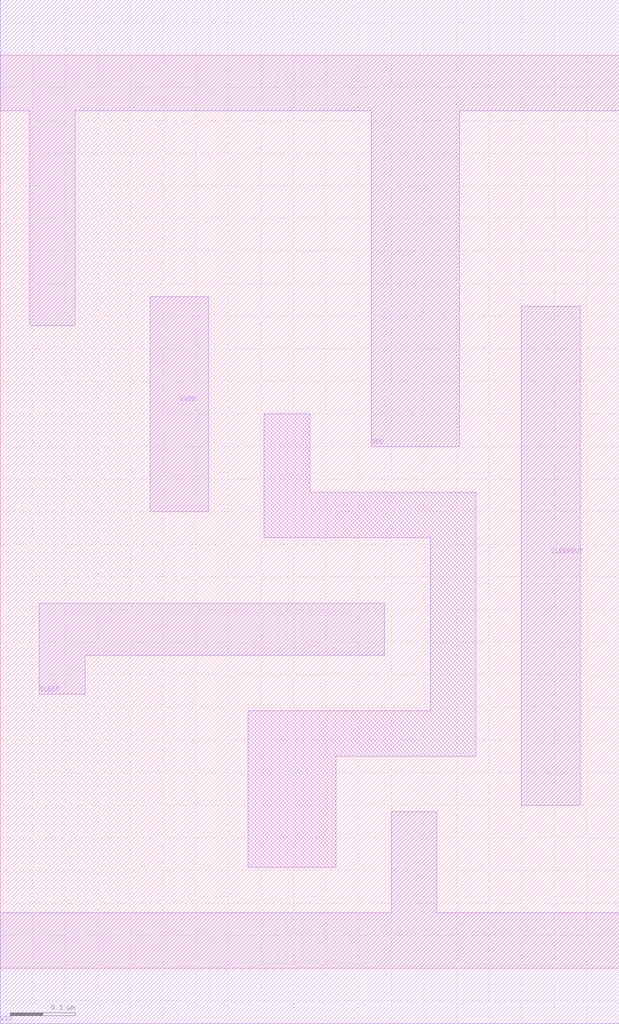
<source format=lef>
# 
# ******************************************************************************
# *                                                                            *
# *                   Copyright (C) 2004-2011, Nangate Inc.                    *
# *                           All rights reserved.                             *
# *                                                                            *
# * Nangate and the Nangate logo are trademarks of Nangate Inc.                *
# *                                                                            *
# * All trademarks, logos, software marks, and trade names (collectively the   *
# * "Marks") in this program are proprietary to Nangate or other respective    *
# * owners that have granted Nangate the right and license to use such Marks.  *
# * You are not permitted to use the Marks without the prior written consent   *
# * of Nangate or such third party that may own the Marks.                     *
# *                                                                            *
# * This file has been provided pursuant to a License Agreement containing     *
# * restrictions on its use. This file contains valuable trade secrets and     *
# * proprietary information of Nangate Inc., and is protected by U.S. and      *
# * international laws and/or treaties.                                        *
# *                                                                            *
# * The copyright notice(s) in this file does not indicate actual or intended  *
# * publication of this file.                                                  *
# *                                                                            *
# *     NGLibraryCreator, v2010.08-HR32-SP3-2010-08-05 - build 1009061800      *
# *                                                                            *
# ******************************************************************************
# 
# 
# Running on server08.nangate.com for user Giancarlo Franciscatto (gfr).
# Local time is now Thu, 6 Jan 2011, 18:10:28.
# Main process id is 3320.

VERSION 5.6 ;
BUSBITCHARS "[]" ;
DIVIDERCHAR "/" ;

MACRO HEADER_OE_X4
  CLASS core ;
  FOREIGN HEADER_OE_X4 0.0 0.0 ;
  ORIGIN 0 0 ;
  SYMMETRY X Y ;
  SITE FreePDK45_38x28_10R_NP_162NW_34O ;
  SIZE 0.95 BY 1.4 ;
  PIN SLEEP
    DIRECTION INPUT ;
    ANTENNAPARTIALMETALAREA 0.0466 LAYER metal1 ;
    ANTENNAPARTIALMETALSIDEAREA 0.1742 LAYER metal1 ;
    ANTENNAGATEAREA 0.03825 ;
    PORT
      LAYER metal1 ;
        POLYGON 0.06 0.42 0.13 0.42 0.13 0.48 0.59 0.48 0.59 0.56 0.06 0.56  ;
    END
  END SLEEP
  PIN SLEEPOUT
    DIRECTION OUTPUT ;
    ANTENNAPARTIALMETALAREA 0.06885 LAYER metal1 ;
    ANTENNAPARTIALMETALSIDEAREA 0.2223 LAYER metal1 ;
    ANTENNADIFFAREA 0.1035 ;
    PORT
      LAYER metal1 ;
        POLYGON 0.8 0.25 0.89 0.25 0.89 1.015 0.8 1.015  ;
    END
  END SLEEPOUT
  PIN VDD
    DIRECTION INOUT ;
    USE power ;
    SHAPE ABUTMENT ;
    PORT
      LAYER metal1 ;
        POLYGON 0 1.315 0.045 1.315 0.045 0.985 0.115 0.985 0.115 1.315 0.57 1.315 0.57 0.8 0.705 0.8 0.705 1.315 0.73 1.315 0.95 1.315 0.95 1.485 0.73 1.485 0 1.485  ;
    END
  END VDD
  PIN VSS
    DIRECTION INOUT ;
    USE ground ;
    SHAPE ABUTMENT ;
    PORT
      LAYER metal1 ;
        POLYGON 0 -0.085 0.95 -0.085 0.95 0.085 0.67 0.085 0.67 0.24 0.6 0.24 0.6 0.085 0 0.085  ;
    END
  END VSS
  PIN VVDD
    DIRECTION INOUT ;
    USE power ;
    SHAPE ABUTMENT ;
    PORT
      LAYER metal1 ;
        POLYGON 0.23 0.7 0.32 0.7 0.32 1.03 0.23 1.03  ;
    END
  END VVDD
  OBS
      LAYER metal1 ;
        POLYGON 0.405 0.66 0.66 0.66 0.66 0.395 0.38 0.395 0.38 0.155 0.515 0.155 0.515 0.325 0.73 0.325 0.73 0.73 0.475 0.73 0.475 0.85 0.405 0.85  ;
  END
END HEADER_OE_X4

END LIBRARY
#
# End of file
#

</source>
